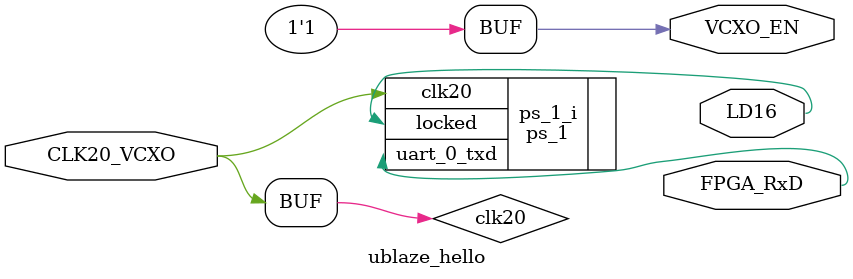
<source format=v>
`timescale 1ns / 1ps

module ublaze_hello(
    output wire VCXO_EN, // 20MHz
    input wire CLK20_VCXO,
    output wire FPGA_RxD,
    output wire LD16
    );

assign VCXO_EN = 1'b1;
wire clk20 = CLK20_VCXO;

ps_1 ps_1_i(
    .clk20(clk20),
    .uart_0_txd(FPGA_RxD),
    .locked(LD16)
);

endmodule

</source>
